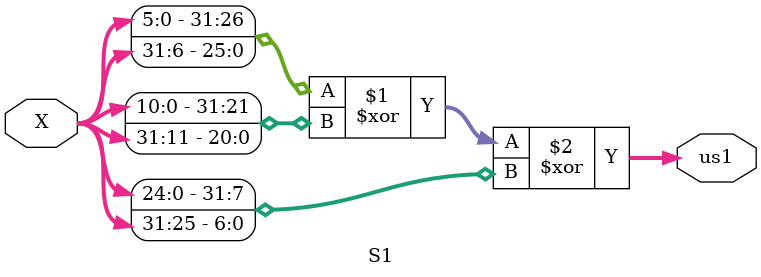
<source format=sv>
module S1(
 input logic [31:0] X,
 output logic [31:0] us1
);

assign us1 = ({X[5:0],X[31:6]} ^ {X[10:0],X[31:11]} ^ {X[24:0],X[31:25]});

endmodule

</source>
